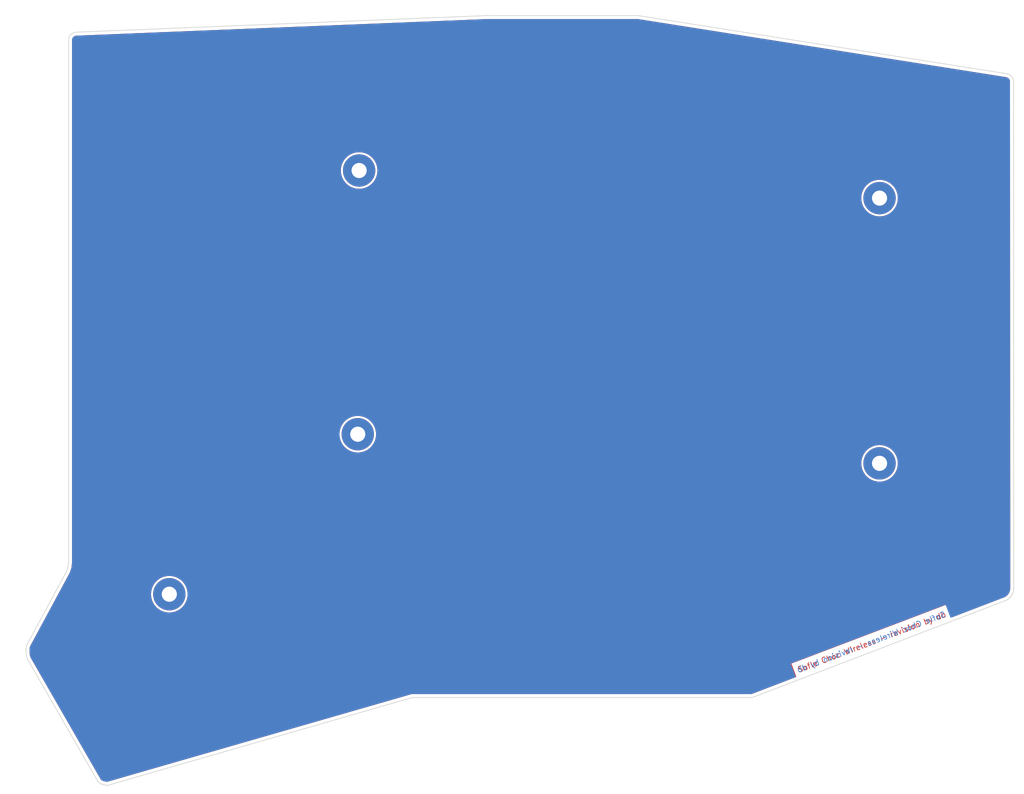
<source format=kicad_pcb>
(kicad_pcb (version 20211014) (generator pcbnew)
  (layers (0 "F.Cu" signal) (31 "B.Cu" signal) (34 "B.Paste" user) (35 "F.Paste" user) (36 "B.SilkS" user "B.Silkscreen") (37 "F.SilkS" user "F.Silkscreen") (38 "B.Mask" user) (39 "F.Mask" user) (44 "Edge.Cuts" user))
  (net 0 "")
  (footprint "SofleKeyboard-footprint:HOLE_M2_TH" (layer "F.Cu") (at 206.3222 61.7786)
    (fp_text reference "TH4" hide)
    (fp_text value "HOLE" hide)
    (pad "" thru_hole circle locked (at -0.225 -0.275 90) (size 4.7 4.7) (drill 2.2) (layers *.Cu *.Mask "Dwgs.User") (clearance 0.3))
  )
  (footprint "SofleKeyboard-footprint:HOLE_M2_TH" (layer "F.Cu") (at 130.53 57.57)
    (fp_text reference "TH3" hide)
    (fp_text value "HOLE" hide)
    (pad "" thru_hole circle locked (at 0.025 -0.075 90) (size 4.7 4.7) (drill 2.2) (layers *.Cu *.Mask "Dwgs.User") (clearance 0.3))
  )
  (footprint "SofleKeyboard-footprint:HOLE_M2_TH" (layer "F.Cu") (at 206.2722 100.0286)
    (fp_text reference "TH6" hide)
    (fp_text value "HOLE" hide)
    (pad "" thru_hole circle locked (at -0.175 -0.025 90) (size 4.7 4.7) (drill 2.2) (layers *.Cu *.Mask "Dwgs.User") (clearance 0.3))
  )
  (footprint "SofleKeyboard-footprint:HOLE_M2_TH" (layer "F.Cu") (at 130.38 95.85)
    (fp_text reference "TH5" hide)
    (fp_text value "HOLE" hide)
    (pad "" thru_hole circle locked (at -0.025 -0.075 90) (size 4.7 4.7) (drill 2.2) (layers *.Cu *.Mask "Dwgs.User") (clearance 0.3))
  )
  (footprint "SofleKeyboard-footprint:HOLE_M2_TH" (layer "F.Cu") (at 103 119 90)
    (fp_text reference "TH7" hide)
    (fp_text value "HOLE" hide)
    (pad "" thru_hole circle locked (at 0 0 180) (size 4.7 4.7) (drill 2.2) (layers *.Cu *.Mask "Dwgs.User") (clearance 0.3))
  )
  (gr_line (start 225.381081 44.001407) (end 225.467481 44.182272) (layer "Edge.Cuts") (width 0.1))
  (gr_line (start 92.6472 146.2036) (end 82.3972 128.4036) (layer "Edge.Cuts") (width 0.1))
  (gr_line (start 171.0472 35.0036) (end 224.572641 43.448746) (layer "Edge.Cuts") (width 0.1))
  (gr_line (start 88.372457 114.4036) (end 88.2972 115.0536) (layer "Edge.Cuts") (width 0.1))
  (gr_line (start 93.4472 146.6536) (end 93.9972 146.7536) (layer "Edge.Cuts") (width 0.1))
  (gr_line (start 82.2472 127.9036) (end 82.1972 127.3036) (layer "Edge.Cuts") (width 0.1))
  (gr_line (start 92.9972 146.5036) (end 93.4472 146.6536) (layer "Edge.Cuts") (width 0.1))
  (gr_line (start 224.774311 43.500376) (end 224.959071 43.585066) (layer "Edge.Cuts") (width 0.1))
  (gr_line (start 224.504214 119.875263) (end 187.5972 134.0036) (layer "Edge.Cuts") (width 0.1))
  (gr_line (start 88.2972 115.0536) (end 88.0972 115.6536) (layer "Edge.Cuts") (width 0.1))
  (gr_line (start 82.1972 127.3036) (end 82.1972 126.9036) (layer "Edge.Cuts") (width 0.1))
  (gr_line (start 92.6472 146.2036) (end 92.9972 146.5036) (layer "Edge.Cuts") (width 0.1))
  (gr_line (start 224.572641 43.448746) (end 224.774311 43.500376) (layer "Edge.Cuts") (width 0.1))
  (gr_line (start 225.540381 44.585502) (end 225.5762 118.1036) (layer "Edge.Cuts") (width 0.1))
  (gr_line (start 225.521581 44.378171) (end 225.540381 44.585502) (layer "Edge.Cuts") (width 0.1))
  (gr_line (start 82.2972 126.4036) (end 88.0972 115.6536) (layer "Edge.Cuts") (width 0.1))
  (gr_line (start 225.467481 44.182272) (end 225.521581 44.378171) (layer "Edge.Cuts") (width 0.1))
  (gr_line (start 149.0972 35.0036) (end 89.524617 37.41306) (layer "Edge.Cuts") (width 0.1))
  (gr_line (start 138.251328 134.0036) (end 187.5972 134.0036) (layer "Edge.Cuts") (width 0.1))
  (gr_line (start 82.3972 128.4036) (end 82.2472 127.9036) (layer "Edge.Cuts") (width 0.1))
  (gr_line (start 82.1972 126.9036) (end 82.2972 126.4036) (layer "Edge.Cuts") (width 0.1))
  (gr_line (start 138.251328 134.0036) (end 93.9972 146.7536) (layer "Edge.Cuts") (width 0.1))
  (gr_line (start 225.123821 43.6992) (end 225.265521 43.839182) (layer "Edge.Cuts") (width 0.1))
  (gr_line (start 149.0972 35.0036) (end 171.0472 35.0036) (layer "Edge.Cuts") (width 0.1))
  (gr_line (start 225.265521 43.839182) (end 225.381081 44.001407) (layer "Edge.Cuts") (width 0.1))
  (gr_line (start 88.372457 114.4036) (end 88.372621 38.56509) (layer "Edge.Cuts") (width 0.1))
  (gr_line (start 224.959071 43.585066) (end 225.123821 43.6992) (layer "Edge.Cuts") (width 0.1))
  (gr_line (start 88.372621 38.56509) (end 88.396021 38.332916) (layer "Edge.Cuts") (width 0.1))
  (gr_arc (start 225.5762 118.1036) (mid 225.287537 119.139086) (end 224.504214 119.875263) (layer "Edge.Cuts") (width 0.11))
  (gr_line (start 89.0762 37.5036) (end 89.292444 37.43647) (layer "Edge.Cuts") (width 0.1))
  (gr_line (start 88.710023 37.750486) (end 88.880516 37.609815) (layer "Edge.Cuts") (width 0.1))
  (gr_line (start 88.880516 37.609815) (end 89.0762 37.5036) (layer "Edge.Cuts") (width 0.1))
  (gr_line (start 88.396021 38.332916) (end 88.463141 38.116669) (layer "Edge.Cuts") (width 0.1))
  (gr_line (start 88.569354 37.920982) (end 88.710023 37.750486) (layer "Edge.Cuts") (width 0.1))
  (gr_line (start 89.292444 37.43647) (end 89.524617 37.41306) (layer "Edge.Cuts") (width 0.1))
  (gr_line (start 88.463141 38.116669) (end 88.569354 37.920982) (layer "Edge.Cuts") (width 0.1))
  (gr_text "Sofle Choc Wireless - revision by db" (at 204.974 125.945 20.8) (layer "F.Cu") (effects (font (size 0.8 0.8) (thickness 0.1))))
  (gr_text "Sofle Choc Wireless - revision by db" (at 204.874 125.945 20.8) (layer "B.Cu") (effects (font (size 0.8 0.8) (thickness 0.1)) (justify mirror)))
  (zone (net 0) (net_name "") (layers F&B.Cu) (connect_pads (clearance 0.508)) (min_thickness 0.254) (fill yes (thermal_gap 0.508) (thermal_bridge_width 0.508))
    (polygon (pts (xy 187.174 134.845) (xy 138.274 135.245) (xy 91.474 148.045) (xy 80.674 127.645) (xy 86.674 37.045) (xy 170.774 32.745) (xy 227.074 42.645) (xy 226.774 119.245)))
  )
)
</source>
